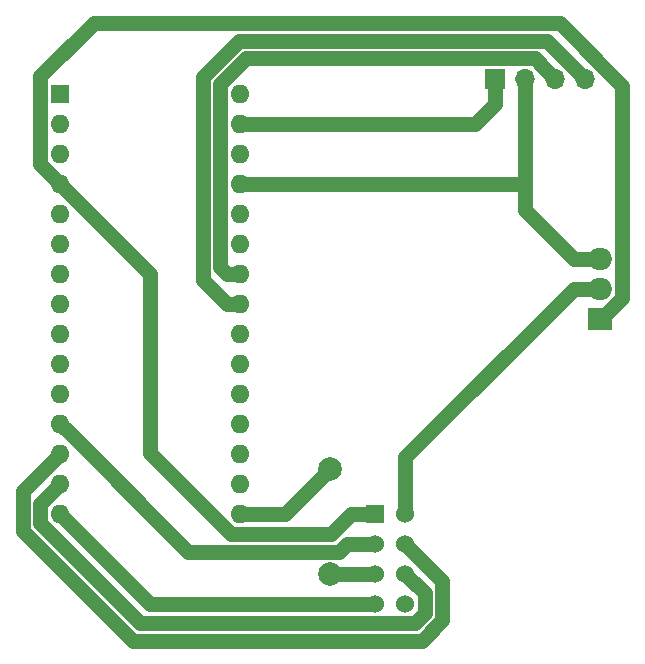
<source format=gbr>
G04 #@! TF.GenerationSoftware,KiCad,Pcbnew,(5.1.5)-3*
G04 #@! TF.CreationDate,2020-02-10T18:15:39+01:00*
G04 #@! TF.ProjectId,WeatherStation,57656174-6865-4725-9374-6174696f6e2e,rev?*
G04 #@! TF.SameCoordinates,Original*
G04 #@! TF.FileFunction,Copper,L1,Top*
G04 #@! TF.FilePolarity,Positive*
%FSLAX46Y46*%
G04 Gerber Fmt 4.6, Leading zero omitted, Abs format (unit mm)*
G04 Created by KiCad (PCBNEW (5.1.5)-3) date 2020-02-10 18:15:39*
%MOMM*%
%LPD*%
G04 APERTURE LIST*
%ADD10O,1.600000X1.600000*%
%ADD11R,1.600000X1.600000*%
%ADD12C,1.524000*%
%ADD13R,1.524000X1.524000*%
%ADD14R,1.700000X1.700000*%
%ADD15O,1.700000X1.700000*%
%ADD16R,2.000000X1.905000*%
%ADD17O,2.000000X1.905000*%
%ADD18C,2.000000*%
%ADD19C,0.250000*%
%ADD20C,1.250000*%
%ADD21C,0.750000*%
G04 APERTURE END LIST*
D10*
X165100000Y-102870000D03*
X149860000Y-102870000D03*
X165100000Y-67310000D03*
X149860000Y-100330000D03*
X165100000Y-69850000D03*
X149860000Y-97790000D03*
X165100000Y-72390000D03*
X149860000Y-95250000D03*
X165100000Y-74930000D03*
X149860000Y-92710000D03*
X165100000Y-77470000D03*
X149860000Y-90170000D03*
X165100000Y-80010000D03*
X149860000Y-87630000D03*
X165100000Y-82550000D03*
X149860000Y-85090000D03*
X165100000Y-85090000D03*
X149860000Y-82550000D03*
X165100000Y-87630000D03*
X149860000Y-80010000D03*
X165100000Y-90170000D03*
X149860000Y-77470000D03*
X165100000Y-92710000D03*
X149860000Y-74930000D03*
X165100000Y-95250000D03*
X149860000Y-72390000D03*
X165100000Y-97790000D03*
X149860000Y-69850000D03*
X165100000Y-100330000D03*
D11*
X149860000Y-67310000D03*
D12*
X179070000Y-110490000D03*
X176530000Y-110490000D03*
X179070000Y-107950000D03*
X176530000Y-107950000D03*
X179070000Y-105410000D03*
X176530000Y-105410000D03*
X179070000Y-102870000D03*
D13*
X176530000Y-102870000D03*
D14*
X186690000Y-66040000D03*
D15*
X189230000Y-66040000D03*
X191770000Y-66040000D03*
X194310000Y-66040000D03*
D16*
X195580000Y-86360000D03*
D17*
X195580000Y-83820000D03*
X195580000Y-81280000D03*
D18*
X172720000Y-99060000D03*
X172720000Y-107950000D03*
D19*
X176530000Y-107950000D02*
X176530000Y-107584002D01*
D20*
X176530000Y-107950000D02*
X172720000Y-107950000D01*
X168910000Y-102870000D02*
X172720000Y-99060000D01*
X165100000Y-102870000D02*
X168910000Y-102870000D01*
X157480000Y-110490000D02*
X176530000Y-110490000D01*
X149860000Y-102870000D02*
X157480000Y-110490000D01*
X149060001Y-101129999D02*
X149860000Y-100330000D01*
X148184999Y-102005001D02*
X149060001Y-101129999D01*
X148184999Y-103674001D02*
X148184999Y-102005001D01*
X179855761Y-112127001D02*
X156637999Y-112127001D01*
X156637999Y-112127001D02*
X148184999Y-103674001D01*
X180707001Y-111275761D02*
X179855761Y-112127001D01*
X180707001Y-109587001D02*
X180707001Y-111275761D01*
X179070000Y-107950000D02*
X180707001Y-109587001D01*
D19*
X176366991Y-102706991D02*
X176044999Y-102384999D01*
D20*
X195671989Y-86360000D02*
X195580000Y-86360000D01*
X197455010Y-84576979D02*
X195671989Y-86360000D01*
X197455010Y-66632008D02*
X197455010Y-84576979D01*
X192137981Y-61314979D02*
X197455010Y-66632008D01*
X148184999Y-65809999D02*
X152680019Y-61314979D01*
X152680019Y-61314979D02*
X192137981Y-61314979D01*
X148184999Y-73254999D02*
X148184999Y-65809999D01*
X149860000Y-74930000D02*
X148184999Y-73254999D01*
X166231370Y-69850000D02*
X165100000Y-69850000D01*
X184980000Y-69850000D02*
X166231370Y-69850000D01*
X186690000Y-68140000D02*
X184980000Y-69850000D01*
X186690000Y-66040000D02*
X186690000Y-68140000D01*
X149860000Y-74930000D02*
X157480000Y-82550000D01*
X174518000Y-102870000D02*
X176530000Y-102870000D01*
X164325987Y-104574989D02*
X172813011Y-104574989D01*
X157480000Y-97729002D02*
X164325987Y-104574989D01*
X172813011Y-104574989D02*
X174518000Y-102870000D01*
X157480000Y-82550000D02*
X157480000Y-97729002D01*
X182207011Y-108547011D02*
X179831999Y-106171999D01*
X179831999Y-106171999D02*
X179070000Y-105410000D01*
X182207011Y-111897085D02*
X182207011Y-108547011D01*
X180477086Y-113627010D02*
X182207011Y-111897085D01*
X146684990Y-104295326D02*
X156016675Y-113627011D01*
X156016675Y-113627011D02*
X180477086Y-113627010D01*
X146684990Y-100965010D02*
X146684990Y-104295326D01*
X149860000Y-97790000D02*
X146684990Y-100965010D01*
X150659999Y-96049999D02*
X149860000Y-95250000D01*
X160684999Y-106074999D02*
X150659999Y-96049999D01*
X173434335Y-106074999D02*
X160684999Y-106074999D01*
X174099334Y-105410000D02*
X173434335Y-106074999D01*
X176530000Y-105410000D02*
X174099334Y-105410000D01*
D21*
X193263999Y-83762499D02*
X194341566Y-83762499D01*
X179070000Y-102870000D02*
X179070000Y-97956498D01*
X179070000Y-97956498D02*
X193263999Y-83762499D01*
D20*
X179070000Y-101792370D02*
X179070000Y-102870000D01*
X179070000Y-98080000D02*
X179070000Y-101792370D01*
X193330000Y-83820000D02*
X179070000Y-98080000D01*
X195580000Y-83820000D02*
X193330000Y-83820000D01*
D21*
X189230000Y-66040000D02*
X189230000Y-74872490D01*
X189172490Y-74930000D02*
X189230000Y-74872490D01*
D20*
X193330000Y-81280000D02*
X195580000Y-81280000D01*
X189230000Y-77180000D02*
X193330000Y-81280000D01*
X189230000Y-66040000D02*
X189230000Y-77180000D01*
X165100000Y-74930000D02*
X189230000Y-74930000D01*
D21*
X189230000Y-74930000D02*
X189172490Y-74930000D01*
D20*
X190920001Y-65190001D02*
X191770000Y-66040000D01*
X165615999Y-64314999D02*
X190044999Y-64314999D01*
X163424999Y-66505999D02*
X165615999Y-64314999D01*
X190044999Y-64314999D02*
X190920001Y-65190001D01*
X163424999Y-82006369D02*
X163424999Y-66505999D01*
X163968630Y-82550000D02*
X163424999Y-82006369D01*
X165100000Y-82550000D02*
X163968630Y-82550000D01*
X193460001Y-65190001D02*
X194310000Y-66040000D01*
X164994675Y-62814989D02*
X191084989Y-62814989D01*
X191084989Y-62814989D02*
X193460001Y-65190001D01*
X161924990Y-65884674D02*
X164994675Y-62814989D01*
X161924989Y-83046359D02*
X161924990Y-65884674D01*
X163968630Y-85090000D02*
X161924989Y-83046359D01*
X165100000Y-85090000D02*
X163968630Y-85090000D01*
M02*

</source>
